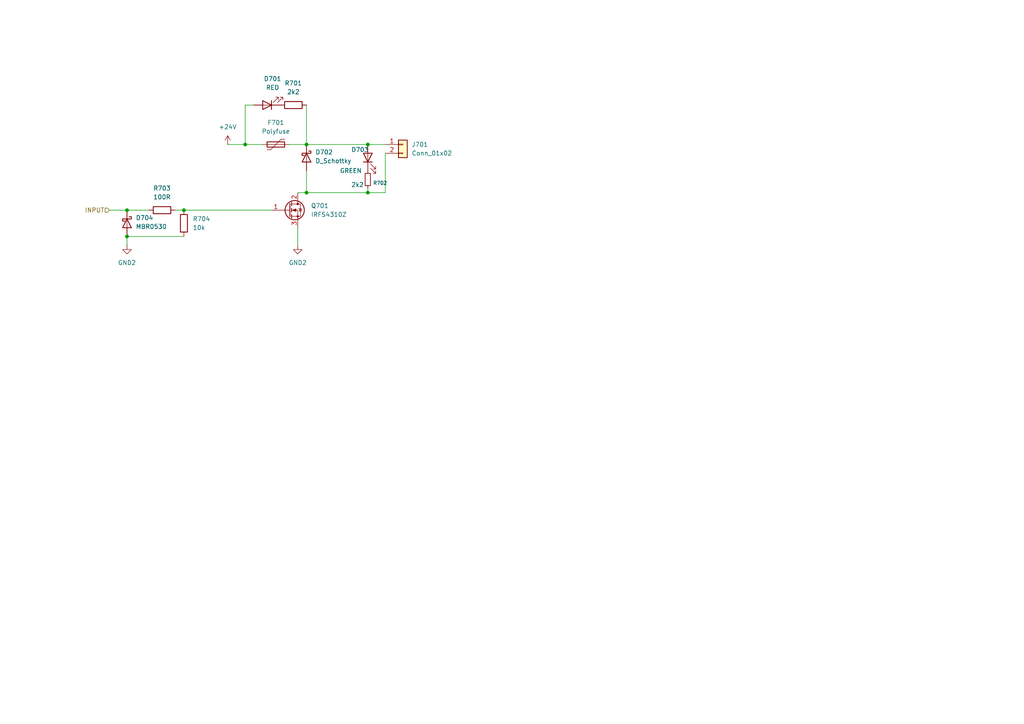
<source format=kicad_sch>
(kicad_sch (version 20250114) (generator "eeschema") (generator_version "9.0")
  (paper "A4")
  (lib_symbols
    (symbol "Connector_Generic:Conn_01x02" (pin_names (offset 1.016) (hide yes))
      (property "Reference" "J" (at 0 2.54 0))
      (property "Value" "Conn_01x02" (at 0 -5.08 0))
      (symbol "Conn_01x02_1_1"
        (rectangle (start -1.27 1.27) (end 1.27 -3.81) (stroke (width 0.254)) (fill (type background)))
        (rectangle (start -1.27 0.127) (end 0 -0.127) (stroke (width 0.1524)))
        (rectangle (start -1.27 -2.413) (end 0 -2.667) (stroke (width 0.1524)))
        (pin passive line (at -5.08 0 0) (length 3.81) (name "Pin_1") (number "1"))
        (pin passive line (at -5.08 -2.54 0) (length 3.81) (name "Pin_2") (number "2"))
      )
    )
    (symbol "Device:D_Schottky" (pin_numbers (hide yes)) (pin_names (offset 1.016) (hide yes))
      (property "Reference" "D" (at 0 2.54 0))
      (property "Value" "D_Schottky" (at 0 -2.54 0))
      (symbol "D_Schottky_0_1"
        (polyline (pts (xy -1.905 0.635) (xy -1.905 1.27) (xy -1.27 1.27) (xy -1.27 -1.27) (xy -0.635 -1.27) (xy -0.635 -0.635)) (stroke (width 0.254)))
        (polyline (pts (xy 1.27 1.27) (xy 1.27 -1.27) (xy -1.27 0) (xy 1.27 1.27)) (stroke (width 0.254)))
        (polyline (pts (xy 1.27 0) (xy -1.27 0)))
      )
      (symbol "D_Schottky_1_1"
        (pin passive line (at -3.81 0 0) (length 2.54) (name "K") (number "1"))
        (pin passive line (at 3.81 0 180) (length 2.54) (name "A") (number "2"))
      )
    )
    (symbol "Device:LED" (pin_numbers (hide yes)) (pin_names (offset 1.016) (hide yes))
      (property "Reference" "D" (at 0 2.54 0))
      (property "Value" "LED" (at 0 -2.54 0))
      (symbol "LED_0_1"
        (polyline (pts (xy -3.048 -0.762) (xy -4.572 -2.286) (xy -3.81 -2.286) (xy -4.572 -2.286) (xy -4.572 -1.524)))
        (polyline (pts (xy -1.778 -0.762) (xy -3.302 -2.286) (xy -2.54 -2.286) (xy -3.302 -2.286) (xy -3.302 -1.524)))
        (polyline (pts (xy -1.27 0) (xy 1.27 0)))
        (polyline (pts (xy -1.27 -1.27) (xy -1.27 1.27)) (stroke (width 0.254)))
        (polyline (pts (xy 1.27 -1.27) (xy 1.27 1.27) (xy -1.27 0) (xy 1.27 -1.27)) (stroke (width 0.254)))
      )
      (symbol "LED_1_1"
        (pin passive line (at -3.81 0 0) (length 2.54) (name "K") (number "1"))
        (pin passive line (at 3.81 0 180) (length 2.54) (name "A") (number "2"))
      )
    )
    (symbol "Device:Polyfuse" (pin_numbers (hide yes)) (pin_names (offset 0))
      (property "Reference" "F" (at -2.54 0 90))
      (property "Value" "Polyfuse" (at 2.54 0 90))
      (symbol "Polyfuse_0_1"
        (polyline (pts (xy -1.524 2.54) (xy -1.524 1.524) (xy 1.524 -1.524) (xy 1.524 -2.54)))
        (rectangle (start -0.762 2.54) (end 0.762 -2.54) (stroke (width 0.254)))
        (polyline (pts (xy 0 2.54) (xy 0 -2.54)))
      )
      (symbol "Polyfuse_1_1"
        (pin passive line (at 0 3.81 270) (length 1.27) (name "~") (number "1"))
        (pin passive line (at 0 -3.81 90) (length 1.27) (name "~") (number "2"))
      )
    )
    (symbol "Device:R" (pin_numbers (hide yes)) (pin_names (offset 0))
      (property "Reference" "R" (at 2.032 0 90))
      (property "Value" "R" (at 0 0 90))
      (symbol "R_0_1"
        (rectangle (start -1.016 -2.54) (end 1.016 2.54) (stroke (width 0.254)))
      )
      (symbol "R_1_1"
        (pin passive line (at 0 3.81 270) (length 1.27) (name "~") (number "1"))
        (pin passive line (at 0 -3.81 90) (length 1.27) (name "~") (number "2"))
      )
    )
    (symbol "Device:R_Small" (pin_numbers (hide yes)) (pin_names (offset 0.254) (hide yes))
      (property "Reference" "R" (at 0 0 90))
      (property "Value" "R_Small" (at 1.778 0 90))
      (symbol "R_Small_0_1"
        (rectangle (start -0.762 1.778) (end 0.762 -1.778) (stroke (width 0.2032)))
      )
      (symbol "R_Small_1_1"
        (pin passive line (at 0 2.54 270) (length 0.762) (name "~") (number "1"))
        (pin passive line (at 0 -2.54 90) (length 0.762) (name "~") (number "2"))
      )
    )
    (symbol "Diode:MBR0530" (pin_numbers (hide yes)) (pin_names (offset 1.016) (hide yes))
      (property "Reference" "D" (at 0 2.54 0))
      (property "Value" "MBR0530" (at 0 -2.54 0))
      (symbol "MBR0530_0_1"
        (polyline (pts (xy -1.905 0.635) (xy -1.905 1.27) (xy -1.27 1.27) (xy -1.27 -1.27) (xy -0.635 -1.27) (xy -0.635 -0.635)) (stroke (width 0.254)))
        (polyline (pts (xy 1.27 1.27) (xy 1.27 -1.27) (xy -1.27 0) (xy 1.27 1.27)) (stroke (width 0.254)))
        (polyline (pts (xy 1.27 0) (xy -1.27 0)))
      )
      (symbol "MBR0530_1_1"
        (pin passive line (at -3.81 0 0) (length 2.54) (name "K") (number "1"))
        (pin passive line (at 3.81 0 180) (length 2.54) (name "A") (number "2"))
      )
    )
    (symbol "Transistor_FET:IRFS4310Z" (pin_names (hide yes))
      (property "Reference" "Q" (at 5.08 1.905 0))
      (property "Value" "IRFS4310Z" (at 5.08 0 0))
      (symbol "IRFS4310Z_0_1"
        (polyline (pts (xy 0.254 1.905) (xy 0.254 -1.905)) (stroke (width 0.254)))
        (polyline (pts (xy 0.254 0) (xy -2.54 0)))
        (polyline (pts (xy 0.762 2.286) (xy 0.762 1.27)) (stroke (width 0.254)))
        (polyline (pts (xy 0.762 0.508) (xy 0.762 -0.508)) (stroke (width 0.254)))
        (polyline (pts (xy 0.762 -1.27) (xy 0.762 -2.286)) (stroke (width 0.254)))
        (polyline (pts (xy 0.762 -1.778) (xy 3.302 -1.778) (xy 3.302 1.778) (xy 0.762 1.778)))
        (polyline (pts (xy 1.016 0) (xy 2.032 0.381) (xy 2.032 -0.381) (xy 1.016 0)) (fill (type outline)))
        (circle (center 1.651 0) (radius 2.794) (stroke (width 0.254)))
        (polyline (pts (xy 2.54 2.54) (xy 2.54 1.778)))
        (circle (center 2.54 1.778) (radius 0.254) (fill (type outline)))
        (circle (center 2.54 -1.778) (radius 0.254) (fill (type outline)))
        (polyline (pts (xy 2.54 -2.54) (xy 2.54 0) (xy 0.762 0)))
        (polyline (pts (xy 2.794 0.508) (xy 2.921 0.381) (xy 3.683 0.381) (xy 3.81 0.254)))
        (polyline (pts (xy 3.302 0.381) (xy 2.921 -0.254) (xy 3.683 -0.254) (xy 3.302 0.381)))
      )
      (symbol "IRFS4310Z_1_1"
        (pin passive line (at -5.08 0 0) (length 2.54) (name "G") (number "1"))
        (pin passive line (at 2.54 5.08 270) (length 2.54) (name "D") (number "2"))
        (pin passive line (at 2.54 -5.08 90) (length 2.54) (name "S") (number "3"))
      )
    )
    (symbol "power:+24V" (power) (pin_numbers (hide yes)) (pin_names (offset 0) (hide yes))
      (property "Value" "+24V" (at 0 3.556 0))
      (symbol "+24V_0_1"
        (polyline (pts (xy -0.762 1.27) (xy 0 2.54)))
        (polyline (pts (xy 0 2.54) (xy 0.762 1.27)))
        (polyline (pts (xy 0 0) (xy 0 2.54)))
      )
      (symbol "+24V_1_1"
        (pin power_in line (at 0 0 90) (length 0) (name "~") (number "1"))
      )
    )
    (symbol "power:GND2" (power) (pin_numbers (hide yes)) (pin_names (offset 0) (hide yes))
      (property "Value" "GND2" (at 0 -3.81 0))
      (symbol "GND2_0_1"
        (polyline (pts (xy 0 0) (xy 0 -1.27) (xy 1.27 -1.27) (xy 0 -2.54) (xy -1.27 -1.27) (xy 0 -1.27)))
      )
      (symbol "GND2_1_1"
        (pin power_in line (at 0 0 270) (length 0) (name "~") (number "1"))
      )
    )
  )
  (junction (at 106.68 41.91))
  (junction (at 106.68 55.88))
  (junction (at 53.34 60.96))
  (junction (at 88.9 55.88))
  (junction (at 88.9 41.91))
  (junction (at 36.83 60.96))
  (junction (at 71.12 41.91))
  (junction (at 36.83 68.58))
  (wire (pts (xy 50.8 60.96) (xy 53.34 60.96)))
  (wire (pts (xy 88.9 55.88) (xy 106.68 55.88)))
  (wire (pts (xy 73.66 30.48) (xy 71.12 30.48)))
  (wire (pts (xy 66.04 41.91) (xy 71.12 41.91)))
  (wire (pts (xy 88.9 49.53) (xy 88.9 55.88)))
  (wire (pts (xy 86.36 66.04) (xy 86.36 71.12)))
  (wire (pts (xy 88.9 30.48) (xy 88.9 41.91)))
  (wire (pts (xy 53.34 60.96) (xy 78.74 60.96)))
  (wire (pts (xy 36.83 68.58) (xy 53.34 68.58)))
  (wire (pts (xy 86.36 55.88) (xy 88.9 55.88)))
  (wire (pts (xy 36.83 60.96) (xy 43.18 60.96)))
  (wire (pts (xy 106.68 55.88) (xy 111.76 55.88)))
  (wire (pts (xy 106.68 55.88) (xy 106.68 54.61)))
  (wire (pts (xy 83.82 41.91) (xy 88.9 41.91)))
  (wire (pts (xy 36.83 71.12) (xy 36.83 68.58)))
  (wire (pts (xy 111.76 55.88) (xy 111.76 44.45)))
  (wire (pts (xy 88.9 41.91) (xy 106.68 41.91)))
  (wire (pts (xy 106.68 41.91) (xy 111.76 41.91)))
  (wire (pts (xy 31.75 60.96) (xy 36.83 60.96)))
  (wire (pts (xy 71.12 41.91) (xy 76.2 41.91)))
  (wire (pts (xy 71.12 30.48) (xy 71.12 41.91)))
  (hierarchical_label "INPUT" (shape input) (at 31.75 60.96 180))
  (symbol (lib_id "Device:R") (at 85.09 30.48 90) (unit 1)
    (property "Reference" "R401" (at 85.09 24.13 90))
    (property "Value" "2k2" (at 85.09 26.67 90))
    (property "Description" "Resistor" (effects (hide yes)))
    (instances (project "anarchytechnobox" (path "" (reference "R701") (unit 1)) (path "" (reference "R801") (unit 1)) (path "" (reference "R401") (unit 1)) (path "" (reference "R501") (unit 1)) (path "" (reference "R1301") (unit 1)) (path "" (reference "R1401") (unit 1)) (path "" (reference "R1001") (unit 1)) (path "" (reference "R1101") (unit 1))))
  )
  (symbol (lib_id "power:+24V") (at 66.04 41.91 0) (unit 1)
    (property "Reference" "#PWR0401" (effects (hide yes)))
    (property "Value" "+24V" (at 66.04 36.83 0))
    (property "Description" "Power symbol creates a global label with name \"+24V\"" (effects (hide yes)))
    (instances (project "anarchytechnobox" (path "" (reference "#PWR0701") (unit 1)) (path "" (reference "#PWR0801") (unit 1)) (path "" (reference "#PWR0401") (unit 1)) (path "" (reference "#PWR0501") (unit 1)) (path "" (reference "#PWR01301") (unit 1)) (path "" (reference "#PWR01401") (unit 1)) (path "" (reference "#PWR01001") (unit 1)) (path "" (reference "#PWR01101") (unit 1))))
  )
  (symbol (lib_id "Device:LED") (at 77.47 30.48 180) (unit 1)
    (property "Reference" "D401" (at 79.0575 22.86 0))
    (property "Value" "RED" (at 79.0575 25.4 0))
    (property "Description" "Light emitting diode" (effects (hide yes)))
    (property "Sim.Pins" "1=K 2=A" (effects (hide yes)))
    (instances (project "anarchytechnobox" (path "" (reference "D701") (unit 1)) (path "" (reference "D801") (unit 1)) (path "" (reference "D401") (unit 1)) (path "" (reference "D501") (unit 1)) (path "" (reference "D1301") (unit 1)) (path "" (reference "D1401") (unit 1)) (path "" (reference "D1001") (unit 1)) (path "" (reference "D1101") (unit 1))))
  )
  (symbol (lib_id "Device:Polyfuse") (at 80.01 41.91 90) (unit 1)
    (property "Reference" "F401" (at 80.01 35.56 90))
    (property "Value" "Polyfuse" (at 80.01 38.1 90))
    (property "Description" "Resettable fuse, polymeric positive temperature coefficient" (effects (hide yes)))
    (instances (project "anarchytechnobox" (path "" (reference "F701") (unit 1)) (path "" (reference "F801") (unit 1)) (path "" (reference "F401") (unit 1)) (path "" (reference "F501") (unit 1)) (path "" (reference "F1301") (unit 1)) (path "" (reference "F1401") (unit 1)) (path "" (reference "F1001") (unit 1)) (path "" (reference "F1101") (unit 1))))
  )
  (symbol (lib_id "Diode:MBR0530") (at 36.83 64.77 270) (unit 1)
    (property "Reference" "D404" (at 39.37 63.1824 90) (effects (justify left)))
    (property "Value" "MBR0530" (at 39.37 65.7224 90) (effects (justify left)))
    (property "Footprint" "Diode_SMD:D_SOD-123" (effects (hide yes)))
    (property "Datasheet" "http://www.mccsemi.com/up_pdf/MBR0520~MBR0580(SOD123).pdf" (effects (hide yes)))
    (property "Description" "30V 0.5A Schottky Power Rectifier Diode, SOD-123" (effects (hide yes)))
    (instances (project "anarchytechnobox" (path "" (reference "D704") (unit 1)) (path "" (reference "D804") (unit 1)) (path "" (reference "D404") (unit 1)) (path "" (reference "D504") (unit 1)) (path "" (reference "D1304") (unit 1)) (path "" (reference "D1404") (unit 1)) (path "" (reference "D1004") (unit 1)) (path "" (reference "D1104") (unit 1))))
  )
  (symbol (lib_id "Device:R") (at 46.99 60.96 90) (unit 1)
    (property "Reference" "R403" (at 46.99 54.61 90))
    (property "Value" "100R" (at 46.99 57.15 90))
    (property "Footprint" "Resistor_SMD:R_0603_1608Metric" (effects (hide yes)))
    (property "Description" "Resistor" (effects (hide yes)))
    (instances (project "anarchytechnobox" (path "" (reference "R703") (unit 1)) (path "" (reference "R803") (unit 1)) (path "" (reference "R403") (unit 1)) (path "" (reference "R503") (unit 1)) (path "" (reference "R1303") (unit 1)) (path "" (reference "R1403") (unit 1)) (path "" (reference "R1003") (unit 1)) (path "" (reference "R1103") (unit 1))))
  )
  (symbol (lib_id "Device:R") (at 53.34 64.77 0) (unit 1)
    (property "Reference" "R404" (at 55.88 63.4999 0) (effects (justify left)))
    (property "Value" "10k" (at 55.88 66.0399 0) (effects (justify left)))
    (property "Footprint" "Resistor_SMD:R_0603_1608Metric" (effects (hide yes)))
    (property "Description" "Resistor" (effects (hide yes)))
    (instances (project "anarchytechnobox" (path "" (reference "R704") (unit 1)) (path "" (reference "R804") (unit 1)) (path "" (reference "R404") (unit 1)) (path "" (reference "R504") (unit 1)) (path "" (reference "R1304") (unit 1)) (path "" (reference "R1404") (unit 1)) (path "" (reference "R1004") (unit 1)) (path "" (reference "R1104") (unit 1))))
  )
  (symbol (lib_id "Device:R_Small") (at 106.68 52.07 0) (unit 1)
    (property "Reference" "R402" (at 108.204 53.086 0) (effects (font (size 1.016 1.016)) (justify left)))
    (property "Value" "2k2" (at 101.854 53.594 0) (effects (justify left)))
    (property "Description" "Resistor, small symbol" (effects (hide yes)))
    (instances (project "anarchytechnobox" (path "" (reference "R702") (unit 1)) (path "" (reference "R802") (unit 1)) (path "" (reference "R402") (unit 1)) (path "" (reference "R502") (unit 1)) (path "" (reference "R1302") (unit 1)) (path "" (reference "R1402") (unit 1)) (path "" (reference "R1002") (unit 1)) (path "" (reference "R1102") (unit 1))))
  )
  (symbol (lib_id "Device:LED") (at 106.68 45.72 90) (unit 1)
    (property "Reference" "D403" (at 101.854 43.434 90) (effects (justify right)))
    (property "Value" "GREEN" (at 98.552 49.53 90) (effects (justify right)))
    (property "Description" "Light emitting diode" (effects (hide yes)))
    (property "Sim.Pins" "1=K 2=A" (effects (hide yes)))
    (instances (project "anarchytechnobox" (path "" (reference "D703") (unit 1)) (path "" (reference "D803") (unit 1)) (path "" (reference "D403") (unit 1)) (path "" (reference "D503") (unit 1)) (path "" (reference "D1303") (unit 1)) (path "" (reference "D1403") (unit 1)) (path "" (reference "D1003") (unit 1)) (path "" (reference "D1103") (unit 1))))
  )
  (symbol (lib_id "power:GND2") (at 36.83 71.12 0) (unit 1)
    (property "Reference" "#PWR0402" (effects (hide yes)))
    (property "Value" "GND2" (at 36.83 76.2 0))
    (property "Description" "Power symbol creates a global label with name \"GND2\" , ground" (effects (hide yes)))
    (instances (project "anarchytechnobox" (path "" (reference "#PWR0702") (unit 1)) (path "" (reference "#PWR0802") (unit 1)) (path "" (reference "#PWR0402") (unit 1)) (path "" (reference "#PWR0502") (unit 1)) (path "" (reference "#PWR01302") (unit 1)) (path "" (reference "#PWR01402") (unit 1)) (path "" (reference "#PWR01002") (unit 1)) (path "" (reference "#PWR01102") (unit 1))))
  )
  (symbol (lib_id "Connector_Generic:Conn_01x02") (at 116.84 41.91 0) (unit 1)
    (property "Reference" "J401" (at 119.38 41.9099 0) (effects (justify left)))
    (property "Value" "Conn_01x02" (at 119.38 44.4499 0) (effects (justify left)))
    (property "Description" "Generic connector, single row, 01x02, script generated (kicad-library-utils/schlib/autogen/connector/)" (effects (hide yes)))
    (instances (project "anarchytechnobox" (path "" (reference "J701") (unit 1)) (path "" (reference "J801") (unit 1)) (path "" (reference "J401") (unit 1)) (path "" (reference "J501") (unit 1)) (path "" (reference "J1301") (unit 1)) (path "" (reference "J1401") (unit 1)) (path "" (reference "J1001") (unit 1)) (path "" (reference "J1101") (unit 1))))
  )
  (symbol (lib_id "Transistor_FET:IRFS4310Z") (at 83.82 60.96 0) (unit 1)
    (property "Reference" "Q401" (at 90.17 59.6899 0) (effects (justify left)))
    (property "Value" "IRFS4310Z" (at 90.17 62.2299 0) (effects (justify left)))
    (property "Footprint" "Package_TO_SOT_SMD:TO-263-2" (effects (hide yes)))
    (property "Datasheet" "https://www.infineon.com/dgdl/irfb4310zpbf.pdf?fileId=5546d462533600a4015356161b4d1e2d" (effects (hide yes)))
    (property "Description" "120A Id, 100V Vds, 4.8mOhm Rds, N-Channel HEXFET Power MOSFET, D2PAK" (effects (hide yes)))
    (instances (project "anarchytechnobox" (path "" (reference "Q701") (unit 1)) (path "" (reference "Q801") (unit 1)) (path "" (reference "Q401") (unit 1)) (path "" (reference "Q501") (unit 1)) (path "" (reference "Q1301") (unit 1)) (path "" (reference "Q1401") (unit 1)) (path "" (reference "Q1001") (unit 1)) (path "" (reference "Q1101") (unit 1))))
  )
  (symbol (lib_id "power:GND2") (at 86.36 71.12 0) (unit 1)
    (property "Reference" "#PWR0403" (effects (hide yes)))
    (property "Value" "GND2" (at 86.36 76.2 0))
    (property "Description" "Power symbol creates a global label with name \"GND2\" , ground" (effects (hide yes)))
    (instances (project "anarchytechnobox" (path "" (reference "#PWR0703") (unit 1)) (path "" (reference "#PWR0803") (unit 1)) (path "" (reference "#PWR0403") (unit 1)) (path "" (reference "#PWR0503") (unit 1)) (path "" (reference "#PWR01303") (unit 1)) (path "" (reference "#PWR01403") (unit 1)) (path "" (reference "#PWR01003") (unit 1)) (path "" (reference "#PWR01103") (unit 1))))
  )
  (symbol (lib_id "Device:D_Schottky") (at 88.9 45.72 270) (unit 1)
    (property "Reference" "D402" (at 91.44 44.1324 90) (effects (justify left)))
    (property "Value" "D_Schottky" (at 91.44 46.6724 90) (effects (justify left)))
    (property "Description" "Schottky diode" (effects (hide yes)))
    (instances (project "anarchytechnobox" (path "" (reference "D702") (unit 1)) (path "" (reference "D802") (unit 1)) (path "" (reference "D402") (unit 1)) (path "" (reference "D502") (unit 1)) (path "" (reference "D1302") (unit 1)) (path "" (reference "D1402") (unit 1)) (path "" (reference "D1002") (unit 1)) (path "" (reference "D1102") (unit 1))))
  )
)
</source>
